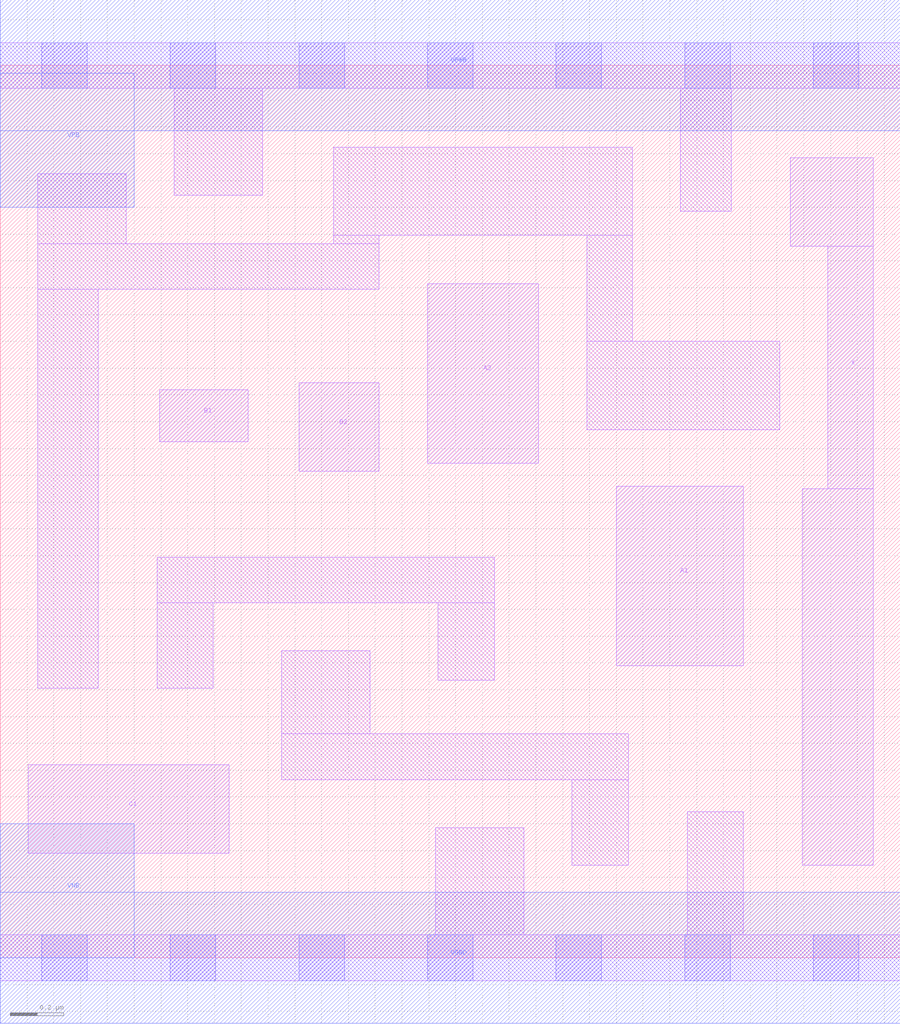
<source format=lef>
# Copyright 2020 The SkyWater PDK Authors
#
# Licensed under the Apache License, Version 2.0 (the "License");
# you may not use this file except in compliance with the License.
# You may obtain a copy of the License at
#
#     https://www.apache.org/licenses/LICENSE-2.0
#
# Unless required by applicable law or agreed to in writing, software
# distributed under the License is distributed on an "AS IS" BASIS,
# WITHOUT WARRANTIES OR CONDITIONS OF ANY KIND, either express or implied.
# See the License for the specific language governing permissions and
# limitations under the License.
#
# SPDX-License-Identifier: Apache-2.0

VERSION 5.5 ;
NAMESCASESENSITIVE ON ;
BUSBITCHARS "[]" ;
DIVIDERCHAR "/" ;
MACRO sky130_fd_sc_lp__o221a_m
  CLASS CORE ;
  SOURCE USER ;
  ORIGIN  0.000000  0.000000 ;
  SIZE  3.360000 BY  3.330000 ;
  SYMMETRY X Y R90 ;
  SITE unit ;
  PIN A1
    ANTENNAGATEAREA  0.126000 ;
    DIRECTION INPUT ;
    USE SIGNAL ;
    PORT
      LAYER li1 ;
        RECT 2.300000 1.090000 2.775000 1.760000 ;
    END
  END A1
  PIN A2
    ANTENNAGATEAREA  0.126000 ;
    DIRECTION INPUT ;
    USE SIGNAL ;
    PORT
      LAYER li1 ;
        RECT 1.595000 1.845000 2.010000 2.515000 ;
    END
  END A2
  PIN B1
    ANTENNAGATEAREA  0.126000 ;
    DIRECTION INPUT ;
    USE SIGNAL ;
    PORT
      LAYER li1 ;
        RECT 0.595000 1.925000 0.925000 2.120000 ;
    END
  END B1
  PIN B2
    ANTENNAGATEAREA  0.126000 ;
    DIRECTION INPUT ;
    USE SIGNAL ;
    PORT
      LAYER li1 ;
        RECT 1.115000 1.815000 1.415000 2.145000 ;
    END
  END B2
  PIN C1
    ANTENNAGATEAREA  0.126000 ;
    DIRECTION INPUT ;
    USE SIGNAL ;
    PORT
      LAYER li1 ;
        RECT 0.105000 0.390000 0.855000 0.720000 ;
    END
  END C1
  PIN X
    ANTENNADIFFAREA  0.222600 ;
    DIRECTION OUTPUT ;
    USE SIGNAL ;
    PORT
      LAYER li1 ;
        RECT 2.950000 2.655000 3.260000 2.985000 ;
        RECT 2.995000 0.345000 3.260000 1.750000 ;
        RECT 3.090000 1.750000 3.260000 2.655000 ;
    END
  END X
  PIN VGND
    DIRECTION INOUT ;
    USE GROUND ;
    PORT
      LAYER met1 ;
        RECT 0.000000 -0.245000 3.360000 0.245000 ;
    END
  END VGND
  PIN VNB
    DIRECTION INOUT ;
    USE GROUND ;
    PORT
      LAYER met1 ;
        RECT 0.000000 0.000000 0.500000 0.500000 ;
    END
  END VNB
  PIN VPB
    DIRECTION INOUT ;
    USE POWER ;
    PORT
      LAYER met1 ;
        RECT 0.000000 2.800000 0.500000 3.300000 ;
    END
  END VPB
  PIN VPWR
    DIRECTION INOUT ;
    USE POWER ;
    PORT
      LAYER met1 ;
        RECT 0.000000 3.085000 3.360000 3.575000 ;
    END
  END VPWR
  OBS
    LAYER li1 ;
      RECT 0.000000 -0.085000 3.360000 0.085000 ;
      RECT 0.000000  3.245000 3.360000 3.415000 ;
      RECT 0.140000  1.005000 0.365000 2.495000 ;
      RECT 0.140000  2.495000 1.415000 2.665000 ;
      RECT 0.140000  2.665000 0.470000 2.925000 ;
      RECT 0.585000  1.005000 0.795000 1.325000 ;
      RECT 0.585000  1.325000 1.845000 1.495000 ;
      RECT 0.650000  2.845000 0.980000 3.245000 ;
      RECT 1.050000  0.665000 2.345000 0.835000 ;
      RECT 1.050000  0.835000 1.380000 1.145000 ;
      RECT 1.245000  2.665000 1.415000 2.695000 ;
      RECT 1.245000  2.695000 2.360000 3.025000 ;
      RECT 1.625000  0.085000 1.955000 0.485000 ;
      RECT 1.635000  1.035000 1.845000 1.325000 ;
      RECT 2.135000  0.345000 2.345000 0.665000 ;
      RECT 2.190000  1.970000 2.910000 2.300000 ;
      RECT 2.190000  2.300000 2.360000 2.695000 ;
      RECT 2.540000  2.785000 2.730000 3.245000 ;
      RECT 2.565000  0.085000 2.775000 0.545000 ;
    LAYER mcon ;
      RECT 0.155000 -0.085000 0.325000 0.085000 ;
      RECT 0.155000  3.245000 0.325000 3.415000 ;
      RECT 0.635000 -0.085000 0.805000 0.085000 ;
      RECT 0.635000  3.245000 0.805000 3.415000 ;
      RECT 1.115000 -0.085000 1.285000 0.085000 ;
      RECT 1.115000  3.245000 1.285000 3.415000 ;
      RECT 1.595000 -0.085000 1.765000 0.085000 ;
      RECT 1.595000  3.245000 1.765000 3.415000 ;
      RECT 2.075000 -0.085000 2.245000 0.085000 ;
      RECT 2.075000  3.245000 2.245000 3.415000 ;
      RECT 2.555000 -0.085000 2.725000 0.085000 ;
      RECT 2.555000  3.245000 2.725000 3.415000 ;
      RECT 3.035000 -0.085000 3.205000 0.085000 ;
      RECT 3.035000  3.245000 3.205000 3.415000 ;
  END
END sky130_fd_sc_lp__o221a_m

</source>
